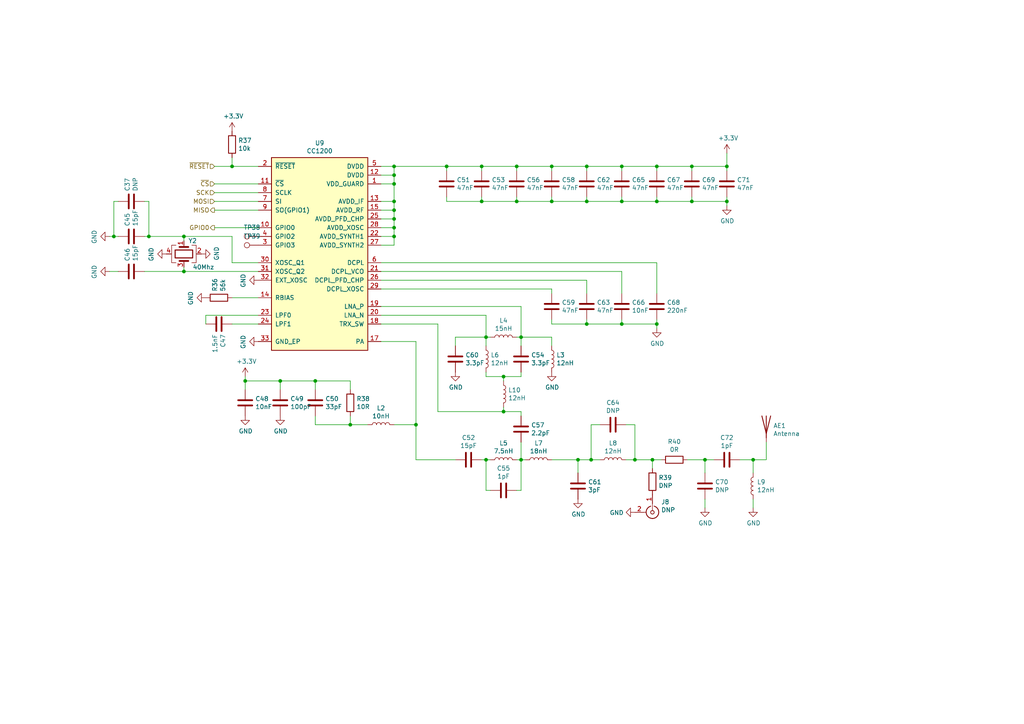
<source format=kicad_sch>
(kicad_sch (version 20230221) (generator eeschema)
  (paper "A4")
  (lib_symbols
    (symbol "Connector:Conn_Coaxial" (pin_names (offset 1.016) hide)
      (property "Reference" "J" (at 0.254 3.048 0))
      (property "Value" "Conn_Coaxial" (at 2.921 0 90))
      (symbol "Conn_Coaxial_0_1"
        (arc (start -1.778 -0.508) (mid 0.2311 -1.8066) (end 1.778 0) (stroke (width 0.254)))
        (polyline (pts (xy -2.54 0) (xy -0.508 0)))
        (polyline (pts (xy 0 -2.54) (xy 0 -1.778)))
        (circle (center 0 0) (radius 0.508) (stroke (width 0.2032)))
        (arc (start 1.778 0) (mid 0.2099 1.8101) (end -1.778 0.508) (stroke (width 0.254)))
      )
      (symbol "Conn_Coaxial_1_1"
        (pin passive line (at -5.08 0 0) (length 2.54) (name "In") (number "1"))
        (pin passive line (at 0 -5.08 90) (length 2.54) (name "Ext") (number "2"))
      )
    )
    (symbol "Connector:TestPoint" (pin_numbers hide) (pin_names (offset 0.762) hide)
      (property "Reference" "TP" (at 0 6.858 0))
      (property "Value" "TestPoint" (at 0 5.08 0))
      (symbol "TestPoint_0_1"
        (circle (center 0 3.302) (radius 0.762))
      )
      (symbol "TestPoint_1_1"
        (pin passive line (at 0 0 90) (length 2.54) (name "1") (number "1"))
      )
    )
    (symbol "Device:Antenna" (pin_numbers hide) (pin_names (offset 1.016) hide)
      (property "Reference" "AE" (at -1.905 1.905 0))
      (property "Value" "Antenna" (at -1.905 0 0))
      (symbol "Antenna_0_1"
        (polyline (pts (xy 0 2.54) (xy 0 -3.81)) (stroke (width 0.254)))
        (polyline (pts (xy 1.27 2.54) (xy 0 -2.54) (xy -1.27 2.54)) (stroke (width 0.254)))
      )
      (symbol "Antenna_1_1"
        (pin input line (at 0 -5.08 90) (length 2.54) (name "A") (number "1"))
      )
    )
    (symbol "Device:C" (pin_numbers hide) (pin_names (offset 0.254))
      (property "Reference" "C" (at 0.635 2.54 0))
      (property "Value" "C" (at 0.635 -2.54 0))
      (symbol "C_0_1"
        (polyline (pts (xy -2.032 -0.762) (xy 2.032 -0.762)) (stroke (width 0.508)))
        (polyline (pts (xy -2.032 0.762) (xy 2.032 0.762)) (stroke (width 0.508)))
      )
      (symbol "C_1_1"
        (pin passive line (at 0 3.81 270) (length 2.794) (name "~") (number "1"))
        (pin passive line (at 0 -3.81 90) (length 2.794) (name "~") (number "2"))
      )
    )
    (symbol "Device:Crystal_GND24" (pin_names (offset 1.016) hide)
      (property "Reference" "Y" (at 3.175 5.08 0))
      (property "Value" "Crystal_GND24" (at 3.175 3.175 0))
      (symbol "Crystal_GND24_0_1"
        (rectangle (start -1.143 2.54) (end 1.143 -2.54) (stroke (width 0.3048)))
        (polyline (pts (xy -2.54 0) (xy -2.032 0)))
        (polyline (pts (xy -2.032 -1.27) (xy -2.032 1.27)) (stroke (width 0.508)))
        (polyline (pts (xy 0 -3.81) (xy 0 -3.556)))
        (polyline (pts (xy 0 3.556) (xy 0 3.81)))
        (polyline (pts (xy 2.032 -1.27) (xy 2.032 1.27)) (stroke (width 0.508)))
        (polyline (pts (xy 2.032 0) (xy 2.54 0)))
        (polyline (pts (xy -2.54 -2.286) (xy -2.54 -3.556) (xy 2.54 -3.556) (xy 2.54 -2.286)))
        (polyline (pts (xy -2.54 2.286) (xy -2.54 3.556) (xy 2.54 3.556) (xy 2.54 2.286)))
      )
      (symbol "Crystal_GND24_1_1"
        (pin passive line (at -3.81 0 0) (length 1.27) (name "1") (number "1"))
        (pin passive line (at 0 5.08 270) (length 1.27) (name "2") (number "2"))
        (pin passive line (at 3.81 0 180) (length 1.27) (name "3") (number "3"))
        (pin passive line (at 0 -5.08 90) (length 1.27) (name "4") (number "4"))
      )
    )
    (symbol "Device:L" (pin_numbers hide) (pin_names (offset 1.016) hide)
      (property "Reference" "L" (at -1.27 0 90))
      (property "Value" "L" (at 1.905 0 90))
      (symbol "L_0_1"
        (arc (start 0 -2.54) (mid 0.6323 -1.905) (end 0 -1.27))
        (arc (start 0 -1.27) (mid 0.6323 -0.635) (end 0 0))
        (arc (start 0 0) (mid 0.6323 0.635) (end 0 1.27))
        (arc (start 0 1.27) (mid 0.6323 1.905) (end 0 2.54))
      )
      (symbol "L_1_1"
        (pin passive line (at 0 3.81 270) (length 1.27) (name "1") (number "1"))
        (pin passive line (at 0 -3.81 90) (length 1.27) (name "2") (number "2"))
      )
    )
    (symbol "Device:R" (pin_numbers hide) (pin_names (offset 0))
      (property "Reference" "R" (at 2.032 0 90))
      (property "Value" "R" (at 0 0 90))
      (symbol "R_0_1"
        (rectangle (start -1.016 -2.54) (end 1.016 2.54) (stroke (width 0.254)))
      )
      (symbol "R_1_1"
        (pin passive line (at 0 3.81 270) (length 1.27) (name "~") (number "1"))
        (pin passive line (at 0 -3.81 90) (length 1.27) (name "~") (number "2"))
      )
    )
    (symbol "RF:CC1200" (pin_names (offset 1.016))
      (property "Reference" "U" (at -12.7 29.21 0))
      (property "Value" "CC1200" (at -10.16 -29.21 0))
      (symbol "CC1200_0_1"
        (rectangle (start -13.97 27.94) (end 13.97 -27.94) (stroke (width 0.254)) (fill (type background)))
      )
      (symbol "CC1200_1_1"
        (pin power_in line (at 17.78 20.32 180) (length 3.81) (name "VDD_GUARD") (number "1"))
        (pin bidirectional line (at -17.78 7.62 0) (length 3.81) (name "GPIO0") (number "10"))
        (pin input line (at -17.78 20.32 0) (length 3.81) (name "~{CS}") (number "11"))
        (pin power_in line (at 17.78 22.86 180) (length 3.81) (name "DVDD") (number "12"))
        (pin power_in line (at 17.78 15.24 180) (length 3.81) (name "AVDD_IF") (number "13"))
        (pin passive line (at -17.78 -12.7 0) (length 3.81) (name "RBIAS") (number "14"))
        (pin power_in line (at 17.78 12.7 180) (length 3.81) (name "AVDD_RF") (number "15"))
        (pin passive line (at 17.78 -25.4 180) (length 3.81) (name "PA") (number "17"))
        (pin passive line (at 17.78 -20.32 180) (length 3.81) (name "TRX_SW") (number "18"))
        (pin passive line (at 17.78 -15.24 180) (length 3.81) (name "LNA_P") (number "19"))
        (pin input line (at -17.78 25.4 0) (length 3.81) (name "~{RESET}") (number "2"))
        (pin passive line (at 17.78 -17.78 180) (length 3.81) (name "LNA_N") (number "20"))
        (pin power_out line (at 17.78 -5.08 180) (length 3.81) (name "DCPL_VCO") (number "21"))
        (pin power_in line (at 17.78 5.08 180) (length 3.81) (name "AVDD_SYNTH1") (number "22"))
        (pin passive line (at -17.78 -17.78 0) (length 3.81) (name "LPF0") (number "23"))
        (pin passive line (at -17.78 -20.32 0) (length 3.81) (name "LPF1") (number "24"))
        (pin power_in line (at 17.78 10.16 180) (length 3.81) (name "AVDD_PFD_CHP") (number "25"))
        (pin power_out line (at 17.78 -7.62 180) (length 3.81) (name "DCPL_PFD_CHP") (number "26"))
        (pin power_in line (at 17.78 2.54 180) (length 3.81) (name "AVDD_SYNTH2") (number "27"))
        (pin power_in line (at 17.78 7.62 180) (length 3.81) (name "AVDD_XOSC") (number "28"))
        (pin power_out line (at 17.78 -10.16 180) (length 3.81) (name "DCPL_XOSC") (number "29"))
        (pin bidirectional line (at -17.78 2.54 0) (length 3.81) (name "GPIO3") (number "3"))
        (pin passive line (at -17.78 -2.54 0) (length 3.81) (name "XOSC_Q1") (number "30"))
        (pin passive line (at -17.78 -5.08 0) (length 3.81) (name "XOSC_Q2") (number "31"))
        (pin input line (at -17.78 -7.62 0) (length 3.81) (name "EXT_XOSC") (number "32"))
        (pin power_in line (at -17.78 -25.4 0) (length 3.81) (name "GND_EP") (number "33"))
        (pin bidirectional line (at -17.78 5.08 0) (length 3.81) (name "GPIO2") (number "4"))
        (pin power_in line (at 17.78 25.4 180) (length 3.81) (name "DVDD") (number "5"))
        (pin power_out line (at 17.78 -2.54 180) (length 3.81) (name "DCPL") (number "6"))
        (pin input line (at -17.78 15.24 0) (length 3.81) (name "SI") (number "7"))
        (pin input line (at -17.78 17.78 0) (length 3.81) (name "SCLK") (number "8"))
        (pin bidirectional line (at -17.78 12.7 0) (length 3.81) (name "SO(GPIO1)") (number "9"))
      )
    )
    (symbol "power:+3.3V" (power) (pin_names (offset 0))
      (property "Value" "+3.3V" (at 0 3.556 0))
      (symbol "+3.3V_0_1"
        (polyline (pts (xy -0.762 1.27) (xy 0 2.54)))
        (polyline (pts (xy 0 0) (xy 0 2.54)))
        (polyline (pts (xy 0 2.54) (xy 0.762 1.27)))
      )
      (symbol "+3.3V_1_1"
        (pin power_in line (at 0 0 90) (length 0) hide (name "+3.3V") (number "1"))
      )
    )
    (symbol "power:GND" (power) (pin_names (offset 0))
      (property "Value" "GND" (at 0 -3.81 0))
      (symbol "GND_0_1"
        (polyline (pts (xy 0 0) (xy 0 -1.27) (xy 1.27 -1.27) (xy 0 -2.54) (xy -1.27 -1.27) (xy 0 -1.27)))
      )
      (symbol "GND_1_1"
        (pin power_in line (at 0 0 270) (length 0) hide (name "GND") (number "1"))
      )
    )
  )
  (junction (at 140.97 133.35))
  (junction (at 218.44 133.35))
  (junction (at 71.12 110.49))
  (junction (at 101.6 123.19))
  (junction (at 180.34 58.42))
  (junction (at 180.34 93.98))
  (junction (at 167.64 133.35))
  (junction (at 190.5 58.42))
  (junction (at 190.5 93.98))
  (junction (at 43.18 68.58))
  (junction (at 149.86 58.42))
  (junction (at 170.18 58.42))
  (junction (at 67.31 48.26))
  (junction (at 33.02 68.58))
  (junction (at 129.54 48.26))
  (junction (at 189.23 133.35))
  (junction (at 200.66 48.26))
  (junction (at 149.86 48.26))
  (junction (at 200.66 58.42))
  (junction (at 151.13 133.35))
  (junction (at 171.45 133.35))
  (junction (at 53.34 78.74))
  (junction (at 53.34 68.58))
  (junction (at 139.7 58.42))
  (junction (at 151.13 97.79))
  (junction (at 170.18 48.26))
  (junction (at 170.18 93.98))
  (junction (at 114.3 50.8))
  (junction (at 204.47 133.35))
  (junction (at 184.15 133.35))
  (junction (at 190.5 48.26))
  (junction (at 140.97 97.79))
  (junction (at 210.82 58.42))
  (junction (at 114.3 58.42))
  (junction (at 120.65 123.19))
  (junction (at 160.02 48.26))
  (junction (at 114.3 68.58))
  (junction (at 114.3 60.96))
  (junction (at 114.3 66.04))
  (junction (at 146.05 119.38))
  (junction (at 180.34 48.26))
  (junction (at 139.7 48.26))
  (junction (at 114.3 48.26))
  (junction (at 81.28 110.49))
  (junction (at 146.05 109.22))
  (junction (at 160.02 58.42))
  (junction (at 91.44 110.49))
  (junction (at 114.3 63.5))
  (junction (at 114.3 53.34))
  (junction (at 210.82 48.26))
  (wire (pts (xy 101.6 123.19) (xy 101.6 120.65)))
  (wire (pts (xy 129.54 58.42) (xy 129.54 57.15)))
  (wire (pts (xy 110.49 58.42) (xy 114.3 58.42)))
  (wire (pts (xy 200.66 57.15) (xy 200.66 58.42)))
  (wire (pts (xy 140.97 133.35) (xy 140.97 142.24)))
  (wire (pts (xy 53.34 68.58) (xy 43.18 68.58)))
  (wire (pts (xy 74.93 53.34) (xy 62.23 53.34)))
  (wire (pts (xy 127 93.98) (xy 127 119.38)))
  (wire (pts (xy 41.91 58.42) (xy 43.18 58.42)))
  (wire (pts (xy 114.3 123.19) (xy 120.65 123.19)))
  (wire (pts (xy 71.12 113.03) (xy 71.12 110.49)))
  (wire (pts (xy 139.7 58.42) (xy 129.54 58.42)))
  (wire (pts (xy 110.49 66.04) (xy 114.3 66.04)))
  (wire (pts (xy 190.5 57.15) (xy 190.5 58.42)))
  (wire (pts (xy 190.5 49.53) (xy 190.5 48.26)))
  (wire (pts (xy 53.34 78.74) (xy 53.34 77.47)))
  (wire (pts (xy 160.02 97.79) (xy 160.02 100.33)))
  (wire (pts (xy 120.65 123.19) (xy 120.65 133.35)))
  (wire (pts (xy 173.99 123.19) (xy 171.45 123.19)))
  (wire (pts (xy 151.13 100.33) (xy 151.13 97.79)))
  (wire (pts (xy 53.34 68.58) (xy 53.34 69.85)))
  (wire (pts (xy 120.65 99.06) (xy 120.65 123.19)))
  (wire (pts (xy 204.47 137.16) (xy 204.47 133.35)))
  (wire (pts (xy 114.3 50.8) (xy 114.3 48.26)))
  (wire (pts (xy 91.44 113.03) (xy 91.44 110.49)))
  (wire (pts (xy 160.02 83.82) (xy 160.02 85.09)))
  (wire (pts (xy 129.54 49.53) (xy 129.54 48.26)))
  (wire (pts (xy 180.34 48.26) (xy 190.5 48.26)))
  (wire (pts (xy 139.7 49.53) (xy 139.7 48.26)))
  (wire (pts (xy 146.05 109.22) (xy 151.13 109.22)))
  (wire (pts (xy 140.97 100.33) (xy 140.97 97.79)))
  (wire (pts (xy 160.02 49.53) (xy 160.02 48.26)))
  (wire (pts (xy 180.34 78.74) (xy 180.34 85.09)))
  (wire (pts (xy 149.86 97.79) (xy 151.13 97.79)))
  (wire (pts (xy 140.97 142.24) (xy 142.24 142.24)))
  (wire (pts (xy 170.18 48.26) (xy 180.34 48.26)))
  (wire (pts (xy 184.15 123.19) (xy 184.15 133.35)))
  (wire (pts (xy 132.08 97.79) (xy 140.97 97.79)))
  (wire (pts (xy 171.45 123.19) (xy 171.45 133.35)))
  (wire (pts (xy 67.31 48.26) (xy 74.93 48.26)))
  (wire (pts (xy 74.93 78.74) (xy 53.34 78.74)))
  (wire (pts (xy 199.39 133.35) (xy 204.47 133.35)))
  (wire (pts (xy 91.44 120.65) (xy 91.44 123.19)))
  (wire (pts (xy 146.05 110.49) (xy 146.05 109.22)))
  (wire (pts (xy 62.23 60.96) (xy 74.93 60.96)))
  (wire (pts (xy 151.13 133.35) (xy 152.4 133.35)))
  (wire (pts (xy 114.3 53.34) (xy 114.3 50.8)))
  (wire (pts (xy 200.66 58.42) (xy 190.5 58.42)))
  (wire (pts (xy 114.3 63.5) (xy 114.3 60.96)))
  (wire (pts (xy 170.18 58.42) (xy 160.02 58.42)))
  (wire (pts (xy 151.13 128.27) (xy 151.13 133.35)))
  (wire (pts (xy 139.7 48.26) (xy 149.86 48.26)))
  (wire (pts (xy 218.44 147.32) (xy 218.44 144.78)))
  (wire (pts (xy 171.45 133.35) (xy 173.99 133.35)))
  (wire (pts (xy 170.18 92.71) (xy 170.18 93.98)))
  (wire (pts (xy 110.49 60.96) (xy 114.3 60.96)))
  (wire (pts (xy 170.18 93.98) (xy 180.34 93.98)))
  (wire (pts (xy 151.13 109.22) (xy 151.13 107.95)))
  (wire (pts (xy 114.3 66.04) (xy 114.3 63.5)))
  (wire (pts (xy 204.47 147.32) (xy 204.47 144.78)))
  (wire (pts (xy 170.18 81.28) (xy 170.18 85.09)))
  (wire (pts (xy 189.23 135.89) (xy 189.23 133.35)))
  (wire (pts (xy 31.75 78.74) (xy 34.29 78.74)))
  (wire (pts (xy 110.49 78.74) (xy 180.34 78.74)))
  (wire (pts (xy 210.82 57.15) (xy 210.82 58.42)))
  (wire (pts (xy 200.66 48.26) (xy 210.82 48.26)))
  (wire (pts (xy 190.5 48.26) (xy 200.66 48.26)))
  (wire (pts (xy 151.13 97.79) (xy 160.02 97.79)))
  (wire (pts (xy 149.86 49.53) (xy 149.86 48.26)))
  (wire (pts (xy 110.49 93.98) (xy 127 93.98)))
  (wire (pts (xy 149.86 48.26) (xy 160.02 48.26)))
  (wire (pts (xy 110.49 68.58) (xy 114.3 68.58)))
  (wire (pts (xy 160.02 58.42) (xy 149.86 58.42)))
  (wire (pts (xy 67.31 68.58) (xy 53.34 68.58)))
  (wire (pts (xy 146.05 119.38) (xy 151.13 119.38)))
  (wire (pts (xy 151.13 142.24) (xy 151.13 133.35)))
  (wire (pts (xy 110.49 48.26) (xy 114.3 48.26)))
  (wire (pts (xy 91.44 123.19) (xy 101.6 123.19)))
  (wire (pts (xy 62.23 48.26) (xy 67.31 48.26)))
  (wire (pts (xy 74.93 55.88) (xy 62.23 55.88)))
  (wire (pts (xy 181.61 123.19) (xy 184.15 123.19)))
  (wire (pts (xy 81.28 110.49) (xy 91.44 110.49)))
  (wire (pts (xy 160.02 93.98) (xy 170.18 93.98)))
  (wire (pts (xy 200.66 49.53) (xy 200.66 48.26)))
  (wire (pts (xy 33.02 68.58) (xy 33.02 58.42)))
  (wire (pts (xy 149.86 57.15) (xy 149.86 58.42)))
  (wire (pts (xy 110.49 83.82) (xy 160.02 83.82)))
  (wire (pts (xy 140.97 133.35) (xy 142.24 133.35)))
  (wire (pts (xy 71.12 109.22) (xy 71.12 110.49)))
  (wire (pts (xy 110.49 76.2) (xy 190.5 76.2)))
  (wire (pts (xy 114.3 68.58) (xy 114.3 66.04)))
  (wire (pts (xy 167.64 133.35) (xy 167.64 137.16)))
  (wire (pts (xy 189.23 133.35) (xy 191.77 133.35)))
  (wire (pts (xy 114.3 71.12) (xy 114.3 68.58)))
  (wire (pts (xy 81.28 113.03) (xy 81.28 110.49)))
  (wire (pts (xy 140.97 97.79) (xy 142.24 97.79)))
  (wire (pts (xy 222.25 133.35) (xy 222.25 128.27)))
  (wire (pts (xy 140.97 109.22) (xy 146.05 109.22)))
  (wire (pts (xy 210.82 44.45) (xy 210.82 48.26)))
  (wire (pts (xy 67.31 45.72) (xy 67.31 48.26)))
  (wire (pts (xy 91.44 110.49) (xy 101.6 110.49)))
  (wire (pts (xy 33.02 58.42) (xy 34.29 58.42)))
  (wire (pts (xy 139.7 133.35) (xy 140.97 133.35)))
  (wire (pts (xy 184.15 133.35) (xy 181.61 133.35)))
  (wire (pts (xy 43.18 58.42) (xy 43.18 68.58)))
  (wire (pts (xy 74.93 66.04) (xy 62.23 66.04)))
  (wire (pts (xy 110.49 81.28) (xy 170.18 81.28)))
  (wire (pts (xy 190.5 93.98) (xy 190.5 92.71)))
  (wire (pts (xy 67.31 86.36) (xy 74.93 86.36)))
  (wire (pts (xy 59.69 91.44) (xy 59.69 93.98)))
  (wire (pts (xy 170.18 49.53) (xy 170.18 48.26)))
  (wire (pts (xy 67.31 76.2) (xy 74.93 76.2)))
  (wire (pts (xy 110.49 88.9) (xy 151.13 88.9)))
  (wire (pts (xy 140.97 91.44) (xy 140.97 97.79)))
  (wire (pts (xy 160.02 133.35) (xy 167.64 133.35)))
  (wire (pts (xy 74.93 58.42) (xy 62.23 58.42)))
  (wire (pts (xy 180.34 92.71) (xy 180.34 93.98)))
  (wire (pts (xy 214.63 133.35) (xy 218.44 133.35)))
  (wire (pts (xy 170.18 57.15) (xy 170.18 58.42)))
  (wire (pts (xy 218.44 133.35) (xy 222.25 133.35)))
  (wire (pts (xy 146.05 118.11) (xy 146.05 119.38)))
  (wire (pts (xy 190.5 58.42) (xy 180.34 58.42)))
  (wire (pts (xy 43.18 68.58) (xy 41.91 68.58)))
  (wire (pts (xy 140.97 107.95) (xy 140.97 109.22)))
  (wire (pts (xy 110.49 71.12) (xy 114.3 71.12)))
  (wire (pts (xy 210.82 58.42) (xy 200.66 58.42)))
  (wire (pts (xy 160.02 57.15) (xy 160.02 58.42)))
  (wire (pts (xy 204.47 133.35) (xy 207.01 133.35)))
  (wire (pts (xy 151.13 119.38) (xy 151.13 120.65)))
  (wire (pts (xy 180.34 49.53) (xy 180.34 48.26)))
  (wire (pts (xy 110.49 50.8) (xy 114.3 50.8)))
  (wire (pts (xy 180.34 57.15) (xy 180.34 58.42)))
  (wire (pts (xy 210.82 48.26) (xy 210.82 49.53)))
  (wire (pts (xy 151.13 88.9) (xy 151.13 97.79)))
  (wire (pts (xy 74.93 91.44) (xy 59.69 91.44)))
  (wire (pts (xy 167.64 133.35) (xy 171.45 133.35)))
  (wire (pts (xy 67.31 93.98) (xy 74.93 93.98)))
  (wire (pts (xy 33.02 68.58) (xy 34.29 68.58)))
  (wire (pts (xy 139.7 57.15) (xy 139.7 58.42)))
  (wire (pts (xy 160.02 92.71) (xy 160.02 93.98)))
  (wire (pts (xy 160.02 48.26) (xy 170.18 48.26)))
  (wire (pts (xy 190.5 76.2) (xy 190.5 85.09)))
  (wire (pts (xy 190.5 95.25) (xy 190.5 93.98)))
  (wire (pts (xy 41.91 78.74) (xy 53.34 78.74)))
  (wire (pts (xy 129.54 48.26) (xy 139.7 48.26)))
  (wire (pts (xy 101.6 110.49) (xy 101.6 113.03)))
  (wire (pts (xy 114.3 58.42) (xy 114.3 53.34)))
  (wire (pts (xy 101.6 123.19) (xy 106.68 123.19)))
  (wire (pts (xy 110.49 99.06) (xy 120.65 99.06)))
  (wire (pts (xy 110.49 53.34) (xy 114.3 53.34)))
  (wire (pts (xy 110.49 91.44) (xy 140.97 91.44)))
  (wire (pts (xy 149.86 133.35) (xy 151.13 133.35)))
  (wire (pts (xy 31.75 68.58) (xy 33.02 68.58)))
  (wire (pts (xy 71.12 110.49) (xy 81.28 110.49)))
  (wire (pts (xy 132.08 133.35) (xy 120.65 133.35)))
  (wire (pts (xy 67.31 76.2) (xy 67.31 68.58)))
  (wire (pts (xy 180.34 58.42) (xy 170.18 58.42)))
  (wire (pts (xy 218.44 133.35) (xy 218.44 137.16)))
  (wire (pts (xy 180.34 93.98) (xy 190.5 93.98)))
  (wire (pts (xy 132.08 100.33) (xy 132.08 97.79)))
  (wire (pts (xy 149.86 58.42) (xy 139.7 58.42)))
  (wire (pts (xy 149.86 142.24) (xy 151.13 142.24)))
  (wire (pts (xy 110.49 63.5) (xy 114.3 63.5)))
  (wire (pts (xy 210.82 59.69) (xy 210.82 58.42)))
  (wire (pts (xy 114.3 48.26) (xy 129.54 48.26)))
  (wire (pts (xy 127 119.38) (xy 146.05 119.38)))
  (wire (pts (xy 114.3 60.96) (xy 114.3 58.42)))
  (wire (pts (xy 184.15 133.35) (xy 189.23 133.35)))
  (hierarchical_label "~{RESET}" (shape input) (at 62.23 48.26 180))
  (hierarchical_label "SCK" (shape input) (at 62.23 55.88 180))
  (hierarchical_label "GPIO0" (shape output) (at 62.23 66.04 180))
  (hierarchical_label "MISO" (shape output) (at 62.23 60.96 180))
  (hierarchical_label "MOSI" (shape input) (at 62.23 58.42 180))
  (hierarchical_label "~{CS}" (shape input) (at 62.23 53.34 180))
  (symbol (lib_id "Device:C") (at 129.54 53.34 0) (unit 1)
    (property "Reference" "C51" (at 132.461 52.1716 0) (effects (justify left)))
    (property "Value" "47nF" (at 132.461 54.483 0) (effects (justify left)))
    (property "Footprint" "Capacitor_SMD:C_0402_1005Metric" (effects hide))
    (property "Tempco" "X5R" (effects hide))
  )
  (symbol (lib_id "Device:C") (at 139.7 53.34 0) (unit 1)
    (property "Reference" "C53" (at 142.621 52.1716 0) (effects (justify left)))
    (property "Value" "47nF" (at 142.621 54.483 0) (effects (justify left)))
    (property "Footprint" "Capacitor_SMD:C_0402_1005Metric" (effects hide))
    (property "Tempco" "X5R" (effects hide))
  )
  (symbol (lib_id "Device:C") (at 149.86 53.34 0) (unit 1)
    (property "Reference" "C56" (at 152.781 52.1716 0) (effects (justify left)))
    (property "Value" "47nF" (at 152.781 54.483 0) (effects (justify left)))
    (property "Footprint" "Capacitor_SMD:C_0402_1005Metric" (effects hide))
    (property "Tempco" "X5R" (effects hide))
  )
  (symbol (lib_id "Device:C") (at 160.02 53.34 0) (unit 1)
    (property "Reference" "C58" (at 162.941 52.1716 0) (effects (justify left)))
    (property "Value" "47nF" (at 162.941 54.483 0) (effects (justify left)))
    (property "Footprint" "Capacitor_SMD:C_0402_1005Metric" (effects hide))
    (property "Tempco" "X5R" (effects hide))
  )
  (symbol (lib_id "Device:C") (at 170.18 53.34 0) (unit 1)
    (property "Reference" "C62" (at 173.101 52.1716 0) (effects (justify left)))
    (property "Value" "47nF" (at 173.101 54.483 0) (effects (justify left)))
    (property "Footprint" "Capacitor_SMD:C_0402_1005Metric" (effects hide))
    (property "Tempco" "X5R" (effects hide))
  )
  (symbol (lib_id "Device:C") (at 180.34 53.34 0) (unit 1)
    (property "Reference" "C65" (at 183.261 52.1716 0) (effects (justify left)))
    (property "Value" "47nF" (at 183.261 54.483 0) (effects (justify left)))
    (property "Footprint" "Capacitor_SMD:C_0402_1005Metric" (effects hide))
    (property "Tempco" "X5R" (effects hide))
  )
  (symbol (lib_id "Device:C") (at 190.5 53.34 0) (unit 1)
    (property "Reference" "C67" (at 193.421 52.1716 0) (effects (justify left)))
    (property "Value" "47nF" (at 193.421 54.483 0) (effects (justify left)))
    (property "Footprint" "Capacitor_SMD:C_0402_1005Metric" (effects hide))
    (property "Tempco" "X5R" (effects hide))
  )
  (symbol (lib_id "Device:C") (at 200.66 53.34 0) (unit 1)
    (property "Reference" "C69" (at 203.581 52.1716 0) (effects (justify left)))
    (property "Value" "47nF" (at 203.581 54.483 0) (effects (justify left)))
    (property "Footprint" "Capacitor_SMD:C_0402_1005Metric" (effects hide))
    (property "Tempco" "X5R" (effects hide))
  )
  (symbol (lib_id "Device:C") (at 210.82 53.34 0) (unit 1)
    (property "Reference" "C71" (at 213.741 52.1716 0) (effects (justify left)))
    (property "Value" "47nF" (at 213.741 54.483 0) (effects (justify left)))
    (property "Footprint" "Capacitor_SMD:C_0402_1005Metric" (effects hide))
    (property "Tempco" "X5R" (effects hide))
  )
  (symbol (lib_id "Device:C") (at 160.02 88.9 0) (unit 1)
    (property "Reference" "C59" (at 162.941 87.7316 0) (effects (justify left)))
    (property "Value" "47nF" (at 162.941 90.043 0) (effects (justify left)))
    (property "Footprint" "Capacitor_SMD:C_0402_1005Metric" (effects hide))
    (property "Tempco" "X5R" (effects hide))
  )
  (symbol (lib_id "Device:C") (at 170.18 88.9 0) (unit 1)
    (property "Reference" "C63" (at 173.101 87.7316 0) (effects (justify left)))
    (property "Value" "47nF" (at 173.101 90.043 0) (effects (justify left)))
    (property "Footprint" "Capacitor_SMD:C_0402_1005Metric" (effects hide))
    (property "Tempco" "X5R" (effects hide))
  )
  (symbol (lib_id "Device:C") (at 180.34 88.9 0) (unit 1)
    (property "Reference" "C66" (at 183.261 87.7316 0) (effects (justify left)))
    (property "Value" "10nF" (at 183.261 90.043 0) (effects (justify left)))
    (property "Footprint" "Capacitor_SMD:C_0402_1005Metric" (effects hide))
  )
  (symbol (lib_id "Device:C") (at 190.5 88.9 0) (unit 1)
    (property "Reference" "C68" (at 193.421 87.7316 0) (effects (justify left)))
    (property "Value" "220nF" (at 193.421 90.043 0) (effects (justify left)))
    (property "Footprint" "Capacitor_SMD:C_0402_1005Metric" (effects hide))
  )
  (symbol (lib_id "power:+3.3V") (at 210.82 44.45 0) (unit 1)
    (property "Reference" "#PWR0106" (effects hide))
    (property "Value" "+3.3V" (at 211.201 40.0558 0))
  )
  (symbol (lib_id "power:GND") (at 210.82 59.69 0) (unit 1)
    (property "Reference" "#PWR0107" (effects hide))
    (property "Value" "GND" (at 210.947 64.0842 0))
  )
  (symbol (lib_id "power:GND") (at 190.5 95.25 0) (unit 1)
    (property "Reference" "#PWR0104" (effects hide))
    (property "Value" "GND" (at 190.627 99.6442 0))
  )
  (symbol (lib_id "Device:L") (at 160.02 104.14 0) (unit 1)
    (property "Reference" "L3" (at 161.3662 102.9716 0) (effects (justify left)))
    (property "Value" "12nH" (at 161.3662 105.283 0) (effects (justify left)))
    (property "Footprint" "Inductor_SMD:L_0402_1005Metric" (effects hide))
    (property "MPN" "LQW15AN12NJ00D" (effects hide))
    (property "LCSC" "C82920" (effects hide))
    (property "Manufacturer" "Murata" (effects hide))
  )
  (symbol (lib_id "Device:L") (at 146.05 97.79 90) (unit 1)
    (property "Reference" "L4" (at 146.05 92.964 90))
    (property "Value" "15nH" (at 146.05 95.2754 90))
    (property "Footprint" "Inductor_SMD:L_0402_1005Metric" (effects hide))
    (property "MPN" "LQW15AN15NJ00D" (effects hide))
    (property "LCSC" "C94079 " (effects hide))
    (property "Manufacturer" "Murata" (effects hide))
  )
  (symbol (lib_id "Device:C") (at 151.13 104.14 0) (unit 1)
    (property "Reference" "C54" (at 154.051 102.9716 0) (effects (justify left)))
    (property "Value" "3.3pF" (at 154.051 105.283 0) (effects (justify left)))
    (property "Footprint" "Capacitor_SMD:C_0402_1005Metric" (effects hide))
    (property "Tempco" "C0G" (effects hide))
  )
  (symbol (lib_id "Device:L") (at 140.97 104.14 0) (unit 1)
    (property "Reference" "L6" (at 142.3162 102.9716 0) (effects (justify left)))
    (property "Value" "12nH" (at 142.3162 105.283 0) (effects (justify left)))
    (property "Footprint" "Inductor_SMD:L_0402_1005Metric" (effects hide))
    (property "MPN" "LQW15AN12NJ00D" (effects hide))
    (property "LCSC" "C82920" (effects hide))
    (property "Manufacturer" "Murata" (effects hide))
  )
  (symbol (lib_id "Device:C") (at 132.08 104.14 0) (unit 1)
    (property "Reference" "C60" (at 135.001 102.9716 0) (effects (justify left)))
    (property "Value" "3.3pF" (at 135.001 105.283 0) (effects (justify left)))
    (property "Footprint" "Capacitor_SMD:C_0402_1005Metric" (effects hide))
    (property "Tempco" "C0G" (effects hide))
  )
  (symbol (lib_id "power:GND") (at 160.02 107.95 0) (unit 1)
    (property "Reference" "#PWR0101" (effects hide))
    (property "Value" "GND" (at 160.147 112.3442 0))
  )
  (symbol (lib_id "power:GND") (at 132.08 107.95 0) (unit 1)
    (property "Reference" "#PWR0100" (effects hide))
    (property "Value" "GND" (at 132.207 112.3442 0))
  )
  (symbol (lib_id "Device:C") (at 63.5 93.98 270) (unit 1)
    (property "Reference" "C47" (at 64.6684 96.901 0) (effects (justify left)))
    (property "Value" "1.5nF" (at 62.357 96.901 0) (effects (justify left)))
    (property "Footprint" "Capacitor_SMD:C_0402_1005Metric" (effects hide))
    (property "Tempco" " U2J / UJ / C0G" (effects hide))
  )
  (symbol (lib_id "RF:CC1200") (at 92.71 73.66 0) (unit 1)
    (property "Reference" "U9" (at 92.71 41.4782 0))
    (property "Value" "CC1200" (at 92.71 43.7896 0))
    (property "Footprint" "Package_DFN_QFN:QFN-32-1EP_5x5mm_P0.5mm_EP3.45x3.45mm" (effects hide))
    (property "Datasheet" "http://www.ti.com/lit/ds/symlink/cc1200.pdf" (effects hide))
    (property "MPN" "CC1200" (effects hide))
    (property "LCSC" "C122881" (effects hide))
    (property "Manufacturer" "Texas Instruments" (effects hide))
  )
  (symbol (lib_id "Device:R") (at 63.5 86.36 90) (unit 1)
    (property "Reference" "R36" (at 62.3316 84.582 0) (effects (justify left)))
    (property "Value" "56k" (at 64.643 84.582 0) (effects (justify left)))
    (property "Footprint" "Resistor_SMD:R_0402_1005Metric" (effects hide))
  )
  (symbol (lib_id "power:GND") (at 59.69 86.36 270) (unit 1)
    (property "Reference" "#PWR093" (effects hide))
    (property "Value" "GND" (at 55.2958 86.487 0))
  )
  (symbol (lib_id "power:GND") (at 74.93 81.28 270) (unit 1)
    (property "Reference" "#PWR097" (effects hide))
    (property "Value" "GND" (at 70.5358 81.407 0))
  )
  (symbol (lib_id "Device:Crystal_GND24") (at 53.34 73.66 270) (unit 1)
    (property "Reference" "Y2" (at 54.61 69.85 90) (effects (justify left)))
    (property "Value" "40Mhz" (at 55.88 77.47 90) (effects (justify left)))
    (property "Footprint" "Crystal:Crystal_SMD_3225-4Pin_3.2x2.5mm" (effects hide))
    (property "MPN" "X1E000021017700" (effects hide))
    (property "LCSC" "C255943" (effects hide))
    (property "Manufacturer" "Seiko Epson" (effects hide))
  )
  (symbol (lib_id "Device:C") (at 38.1 68.58 90) (unit 1)
    (property "Reference" "C45" (at 36.9316 65.659 0) (effects (justify left)))
    (property "Value" "15pF" (at 39.243 65.659 0) (effects (justify left)))
    (property "Footprint" "Capacitor_SMD:C_0402_1005Metric" (effects hide))
    (property "Tempco" "C0G" (effects hide))
  )
  (symbol (lib_id "Device:C") (at 38.1 78.74 90) (unit 1)
    (property "Reference" "C46" (at 36.9316 75.819 0) (effects (justify left)))
    (property "Value" "15pF" (at 39.243 75.819 0) (effects (justify left)))
    (property "Footprint" "Capacitor_SMD:C_0402_1005Metric" (effects hide))
    (property "Tempco" "C0G" (effects hide))
  )
  (symbol (lib_id "Device:C") (at 71.12 116.84 0) (unit 1)
    (property "Reference" "C48" (at 74.041 115.6716 0) (effects (justify left)))
    (property "Value" "10nF" (at 74.041 117.983 0) (effects (justify left)))
    (property "Footprint" "Capacitor_SMD:C_0402_1005Metric" (effects hide))
  )
  (symbol (lib_id "Device:C") (at 81.28 116.84 0) (unit 1)
    (property "Reference" "C49" (at 84.201 115.6716 0) (effects (justify left)))
    (property "Value" "100pF" (at 84.201 117.983 0) (effects (justify left)))
    (property "Footprint" "Capacitor_SMD:C_0402_1005Metric" (effects hide))
    (property "Tempco" "C0G" (effects hide))
  )
  (symbol (lib_id "Device:C") (at 91.44 116.84 0) (unit 1)
    (property "Reference" "C50" (at 94.361 115.6716 0) (effects (justify left)))
    (property "Value" "33pF" (at 94.361 117.983 0) (effects (justify left)))
    (property "Footprint" "Capacitor_SMD:C_0402_1005Metric" (effects hide))
    (property "Tempco" "C0G" (effects hide))
  )
  (symbol (lib_id "Device:R") (at 101.6 116.84 0) (unit 1)
    (property "Reference" "R38" (at 103.378 115.6716 0) (effects (justify left)))
    (property "Value" "10R" (at 103.378 117.983 0) (effects (justify left)))
    (property "Footprint" "Resistor_SMD:R_0402_1005Metric" (effects hide))
  )
  (symbol (lib_id "power:+3.3V") (at 71.12 109.22 0) (unit 1)
    (property "Reference" "#PWR095" (effects hide))
    (property "Value" "+3.3V" (at 71.501 104.8258 0))
  )
  (symbol (lib_id "power:GND") (at 71.12 120.65 0) (unit 1)
    (property "Reference" "#PWR096" (effects hide))
    (property "Value" "GND" (at 71.247 125.0442 0))
  )
  (symbol (lib_id "power:GND") (at 81.28 120.65 0) (unit 1)
    (property "Reference" "#PWR099" (effects hide))
    (property "Value" "GND" (at 81.407 125.0442 0))
  )
  (symbol (lib_id "Device:L") (at 110.49 123.19 90) (unit 1)
    (property "Reference" "L2" (at 110.49 118.364 90))
    (property "Value" "10nH" (at 110.49 120.6754 90))
    (property "Footprint" "Inductor_SMD:L_0402_1005Metric" (effects hide))
    (property "MPN" "LQW15AN10NJ00D" (effects hide))
    (property "LCSC" "C184029 " (effects hide))
    (property "Manufacturer" "Murata" (effects hide))
  )
  (symbol (lib_id "Device:C") (at 135.89 133.35 270) (unit 1)
    (property "Reference" "C52" (at 135.89 126.9492 90))
    (property "Value" "15pF" (at 135.89 129.2606 90))
    (property "Footprint" "Capacitor_SMD:C_0402_1005Metric" (effects hide))
    (property "Tempco" "C0G" (effects hide))
  )
  (symbol (lib_id "Device:L") (at 146.05 133.35 90) (unit 1)
    (property "Reference" "L5" (at 146.05 128.524 90))
    (property "Value" "7.5nH" (at 146.05 130.8354 90))
    (property "Footprint" "Inductor_SMD:L_0402_1005Metric" (effects hide))
    (property "LCSC" "C82918" (effects hide))
    (property "MPN" "LQW15AN7N5G00D" (effects hide))
    (property "Manufacturer" "Murata" (effects hide))
  )
  (symbol (lib_id "Device:L") (at 156.21 133.35 90) (unit 1)
    (property "Reference" "L7" (at 156.21 128.524 90))
    (property "Value" "18nH" (at 156.21 130.8354 90))
    (property "Footprint" "Inductor_SMD:L_0402_1005Metric" (effects hide))
    (property "MPN" "LQW15AN18NJ00D" (effects hide))
    (property "LCSC" "C82917" (effects hide))
    (property "Manufacturer" "Murata" (effects hide))
  )
  (symbol (lib_id "Device:C") (at 146.05 142.24 270) (unit 1)
    (property "Reference" "C55" (at 146.05 135.8392 90))
    (property "Value" "1pF" (at 146.05 138.1506 90))
    (property "Footprint" "Capacitor_SMD:C_0402_1005Metric" (effects hide))
    (property "Tempco" "C0G" (effects hide))
  )
  (symbol (lib_id "power:GND") (at 31.75 68.58 270) (unit 1)
    (property "Reference" "#PWR091" (effects hide))
    (property "Value" "GND" (at 27.3558 68.707 0))
  )
  (symbol (lib_id "power:GND") (at 31.75 78.74 270) (unit 1)
    (property "Reference" "#PWR092" (effects hide))
    (property "Value" "GND" (at 27.3558 78.867 0))
  )
  (symbol (lib_id "Device:C") (at 151.13 124.46 0) (unit 1)
    (property "Reference" "C57" (at 154.051 123.2916 0) (effects (justify left)))
    (property "Value" "2.2pF" (at 154.051 125.603 0) (effects (justify left)))
    (property "Footprint" "Capacitor_SMD:C_0402_1005Metric" (effects hide))
    (property "Tempco" "C0G" (effects hide))
  )
  (symbol (lib_id "Connector:TestPoint") (at 74.93 68.58 90) (unit 1)
    (property "Reference" "TP38" (at 73.1012 65.9638 90))
    (property "Value" "~" (at 73.1012 65.9384 90))
    (property "Footprint" "TestPoint:TestPoint_Pad_D1.0mm" (effects hide))
  )
  (symbol (lib_id "Connector:TestPoint") (at 74.93 71.12 90) (unit 1)
    (property "Reference" "TP39" (at 73.1012 68.5038 90))
    (property "Value" "~" (at 73.1012 68.4784 90))
    (property "Footprint" "TestPoint:TestPoint_Pad_D1.0mm" (effects hide))
  )
  (symbol (lib_id "power:GND") (at 74.93 99.06 270) (unit 1)
    (property "Reference" "#PWR098" (effects hide))
    (property "Value" "GND" (at 70.5358 99.187 0))
  )
  (symbol (lib_id "Device:C") (at 167.64 140.97 180) (unit 1)
    (property "Reference" "C61" (at 170.561 139.8016 0) (effects (justify right)))
    (property "Value" "3pF" (at 170.561 142.113 0) (effects (justify right)))
    (property "Footprint" "Capacitor_SMD:C_0402_1005Metric" (effects hide))
    (property "Tempco" "C0G" (effects hide))
  )
  (symbol (lib_id "Device:L") (at 177.8 133.35 90) (unit 1)
    (property "Reference" "L8" (at 177.8 128.524 90))
    (property "Value" "12nH" (at 177.8 130.8354 90))
    (property "Footprint" "Inductor_SMD:L_0402_1005Metric" (effects hide))
    (property "MPN" "LQW15AN12NJ00D" (effects hide))
    (property "LCSC" "C82920" (effects hide))
    (property "Manufacturer" "Murata" (effects hide))
  )
  (symbol (lib_id "Device:C") (at 177.8 123.19 90) (unit 1)
    (property "Reference" "C64" (at 177.8 116.7892 90))
    (property "Value" "DNP" (at 177.8 119.1006 90))
    (property "Footprint" "Capacitor_SMD:C_0402_1005Metric" (effects hide))
  )
  (symbol (lib_id "Device:R") (at 195.58 133.35 270) (unit 1)
    (property "Reference" "R40" (at 195.58 128.0922 90))
    (property "Value" "0R" (at 195.58 130.4036 90))
    (property "Footprint" "Resistor_SMD:R_0402_1005Metric" (effects hide))
  )
  (symbol (lib_id "Device:R") (at 189.23 139.7 180) (unit 1)
    (property "Reference" "R39" (at 191.008 138.5316 0) (effects (justify right)))
    (property "Value" "DNP" (at 191.008 140.843 0) (effects (justify right)))
    (property "Footprint" "Resistor_SMD:R_0402_1005Metric" (effects hide))
  )
  (symbol (lib_id "Device:L") (at 146.05 114.3 0) (unit 1)
    (property "Reference" "L10" (at 147.3962 113.1316 0) (effects (justify left)))
    (property "Value" "12nH" (at 147.3962 115.443 0) (effects (justify left)))
    (property "Footprint" "Inductor_SMD:L_0402_1005Metric" (effects hide))
    (property "LCSC" "C82920" (effects hide))
    (property "MPN" "LQW15AN12NJ00D" (effects hide))
    (property "Manufacturer" "Murata" (effects hide))
  )
  (symbol (lib_id "Connector:Conn_Coaxial") (at 189.23 148.59 270) (unit 1)
    (property "Reference" "J8" (at 191.77 145.5928 90) (effects (justify left)))
    (property "Value" "DNP" (at 191.77 147.9042 90) (effects (justify left)))
    (property "Footprint" "Connector_Coaxial:SMA_Amphenol_132291-12_Vertical" (effects hide))
    (property "Datasheet" " ~" (effects hide))
  )
  (symbol (lib_id "power:GND") (at 167.64 144.78 0) (unit 1)
    (property "Reference" "#PWR0102" (effects hide))
    (property "Value" "GND" (at 167.767 149.1742 0))
  )
  (symbol (lib_id "power:GND") (at 184.15 148.59 270) (unit 1)
    (property "Reference" "#PWR0103" (effects hide))
    (property "Value" "GND" (at 180.8988 148.717 90) (effects (justify right)))
  )
  (symbol (lib_id "Device:C") (at 210.82 133.35 90) (unit 1)
    (property "Reference" "C72" (at 210.82 126.9492 90))
    (property "Value" "1pF" (at 210.82 129.2606 90))
    (property "Footprint" "Capacitor_SMD:C_0402_1005Metric" (effects hide))
    (property "Tempco" "C0G" (effects hide))
  )
  (symbol (lib_id "Device:L") (at 218.44 140.97 180) (unit 1)
    (property "Reference" "L9" (at 219.5576 139.8016 0) (effects (justify right)))
    (property "Value" "12nH" (at 219.5576 142.113 0) (effects (justify right)))
    (property "Footprint" "Inductor_SMD:L_0402_1005Metric" (effects hide))
    (property "MPN" "LQW15AN12NJ00D" (effects hide))
    (property "LCSC" "C82920" (effects hide))
    (property "Manufacturer" "Murata" (effects hide))
  )
  (symbol (lib_id "Device:C") (at 204.47 140.97 0) (unit 1)
    (property "Reference" "C70" (at 207.391 139.8016 0) (effects (justify left)))
    (property "Value" "DNP" (at 207.391 142.113 0) (effects (justify left)))
    (property "Footprint" "Capacitor_SMD:C_0402_1005Metric" (effects hide))
  )
  (symbol (lib_id "power:GND") (at 204.47 147.32 0) (unit 1)
    (property "Reference" "#PWR0105" (effects hide))
    (property "Value" "GND" (at 204.597 151.7142 0))
  )
  (symbol (lib_id "power:GND") (at 58.42 73.66 90) (unit 1)
    (property "Reference" "#PWR0118" (effects hide))
    (property "Value" "GND" (at 62.8142 73.533 0))
  )
  (symbol (lib_id "power:GND") (at 48.26 73.66 270) (unit 1)
    (property "Reference" "#PWR0119" (effects hide))
    (property "Value" "GND" (at 43.8658 73.787 0))
  )
  (symbol (lib_id "power:GND") (at 218.44 147.32 0) (unit 1)
    (property "Reference" "#PWR0108" (effects hide))
    (property "Value" "GND" (at 218.567 151.7142 0))
  )
  (symbol (lib_id "Device:Antenna") (at 222.25 123.19 0) (unit 1)
    (property "Reference" "AE1" (at 224.282 123.4694 0) (effects (justify left)))
    (property "Value" "Antenna" (at 224.282 125.7808 0) (effects (justify left)))
    (property "Footprint" "jeffmakes-footprints:Antenna_TI_DN038" (effects hide))
  )
  (symbol (lib_id "Device:C") (at 38.1 58.42 90) (unit 1)
    (property "Reference" "C37" (at 36.9316 55.499 0) (effects (justify left)))
    (property "Value" "DNP" (at 39.243 55.499 0) (effects (justify left)))
    (property "Footprint" "Capacitor_SMD:C_0402_1005Metric" (effects hide))
  )
  (symbol (lib_id "Device:R") (at 67.31 41.91 0) (unit 1)
    (property "Reference" "R37" (at 69.088 40.7416 0) (effects (justify left)))
    (property "Value" "10k" (at 69.088 43.053 0) (effects (justify left)))
    (property "Footprint" "Resistor_SMD:R_0402_1005Metric" (effects hide))
  )
  (symbol (lib_id "power:+3.3V") (at 67.31 38.1 0) (unit 1)
    (property "Reference" "#PWR094" (effects hide))
    (property "Value" "+3.3V" (at 67.691 33.7058 0))
  )
)
</source>
